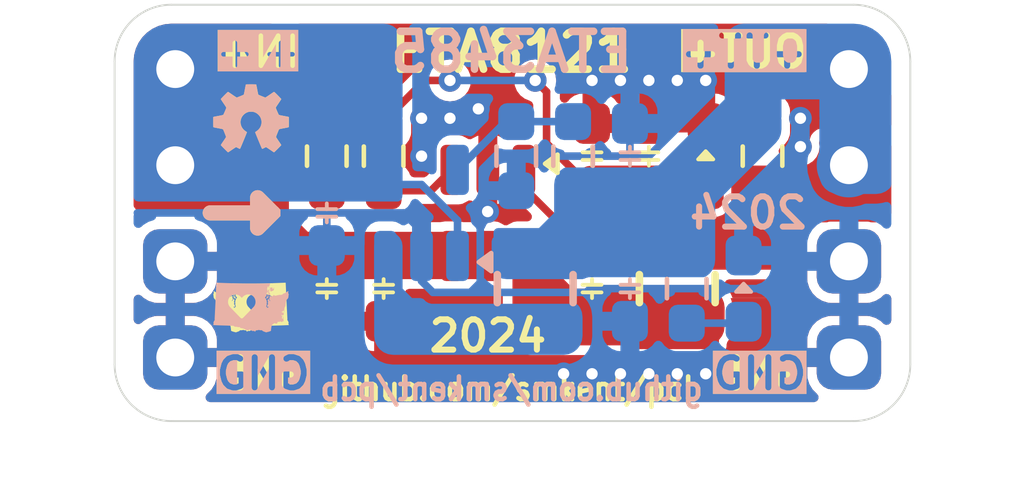
<source format=kicad_pcb>
(kicad_pcb (version 20240108) (generator "pcbnew") (generator_version "8.0")
  (layers (0 "F.Cu" signal) (31 "B.Cu" signal) (34 "B.Paste" user) (35 "F.Paste" user) (36 "B.SilkS" user "B.Silkscreen") (37 "F.SilkS" user "F.Silkscreen") (38 "B.Mask" user) (39 "F.Mask" user) (44 "Edge.Cuts" user))
  (net 0 "")
  (net 1 "GND")
  (net 2 "VIN")
  (net 3 "VOUT")
  (net 4 "Net-(LED1-A)")
  (net 5 "Net-(U1-BST)")
  (net 6 "Net-(LED2-A)")
  (net 7 "/SW_F")
  (net 8 "/SW_B")
  (net 9 "FB_F")
  (net 10 "FB_B")
  (footprint "custom:C_0603_1608Metric_Pad1.08x0.95mm_HandSolder" (layer "F.Cu") (at 116 72 -90)
    (property "Reference" "C7" (hide yes))
    (property "Value" "10n")
    (pad "1" smd roundrect (at -0.8625 0 270) (size 1.075 0.95) (layers "F.Cu" "F.Paste" "F.Mask") (net 5 "Net-(U1-BST)"))
    (pad "2" smd roundrect (at 0.8625 0 270) (size 1.075 0.95) (layers "F.Cu" "F.Paste" "F.Mask") (net 7 "/SW_F"))
  )
  (footprint "graphics:oshw-logo-2mm" (layer "F.Cu") (at 107 67.5)
    (property "Reference" "G***" (hide yes))
    (property "Value" "LOGO" (hide yes))
  )
  (footprint "Resistor_SMD:R_0603_1608Metric_Pad0.98x0.95mm_HandSolder" (layer "F.Cu") (at 120.5 68.5 -90)
    (property "Reference" "R3" (hide yes))
    (property "Value" "10K")
    (pad "1" smd roundrect (at -0.9125 0 270) (size 0.975 0.95) (layers "F.Cu" "F.Paste" "F.Mask") (net 4 "Net-(LED1-A)"))
    (pad "2" smd roundrect (at 0.9125 0 270) (size 0.975 0.95) (layers "F.Cu" "F.Paste" "F.Mask") (net 3 "VOUT"))
  )
  (footprint "Resistor_SMD:R_0603_1608Metric_Pad0.98x0.95mm_HandSolder" (layer "F.Cu") (at 109 68.5 -90)
    (property "Reference" "R2" (hide yes))
    (property "Value" "10K")
    (pad "1" smd roundrect (at -0.9125 0 270) (size 0.975 0.95) (layers "F.Cu" "F.Paste" "F.Mask") (net 1 "GND"))
    (pad "2" smd roundrect (at 0.9125 0 270) (size 0.975 0.95) (layers "F.Cu" "F.Paste" "F.Mask") (net 9 "FB_F"))
  )
  (footprint "custom:SOT-23-6_simple" (layer "F.Cu") (at 113.25 70 -90)
    (property "Reference" "U1" (hide yes))
    (property "Value" "ETA8121")
    (pad "1" smd roundrect (at -1.1375 -0.95 270) (size 1.325 0.6) (layers "F.Cu" "F.Paste" "F.Mask") (net 5 "Net-(U1-BST)"))
    (pad "2" smd roundrect (at -1.1375 0 270) (size 1.325 0.6) (layers "F.Cu" "F.Paste" "F.Mask") (net 1 "GND"))
    (pad "3" smd roundrect (at -1.1375 0.95 270) (size 1.325 0.6) (layers "F.Cu" "F.Paste" "F.Mask") (net 9 "FB_F"))
    (pad "4" smd roundrect (at 1.1375 0.95 270) (size 1.325 0.6) (layers "F.Cu" "F.Paste" "F.Mask") (net 2 "VIN"))
    (pad "5" smd roundrect (at 1.1375 0 270) (size 1.325 0.6) (layers "F.Cu" "F.Paste" "F.Mask") (net 2 "VIN"))
    (pad "6" smd roundrect (at 1.1375 -0.95 270) (size 1.325 0.6) (layers "F.Cu" "F.Paste" "F.Mask") (net 7 "/SW_F"))
  )
  (footprint "custom:C_0603_1608Metric_Pad1.08x0.95mm_HandSolder" (layer "F.Cu") (at 109 72 -90)
    (property "Reference" "C0" (hide yes))
    (property "Value" "10u")
    (pad "1" smd roundrect (at -0.8625 0 270) (size 1.075 0.95) (layers "F.Cu" "F.Paste" "F.Mask") (net 2 "VIN"))
    (pad "2" smd roundrect (at 0.8625 0 270) (size 1.075 0.95) (layers "F.Cu" "F.Paste" "F.Mask") (net 1 "GND"))
  )
  (footprint "custom:C_0603_1608Metric_Pad1.08x0.95mm_HandSolder" (layer "F.Cu") (at 117.5 68.5 90)
    (property "Reference" "C3" (hide yes))
    (property "Value" "22u")
    (pad "1" smd roundrect (at -0.8625 0 90) (size 1.075 0.95) (layers "F.Cu" "F.Paste" "F.Mask") (net 3 "VOUT"))
    (pad "2" smd roundrect (at 0.8625 0 90) (size 1.075 0.95) (layers "F.Cu" "F.Paste" "F.Mask") (net 1 "GND"))
  )
  (footprint "custom:LED_0603_1608Metric_Pad1.05x0.95mm_HandSolder_simple" (layer "F.Cu") (at 119 68.5 -90)
    (property "Reference" "LED1" (hide yes))
    (property "Value" "LED_Small")
    (pad "1" smd roundrect (at -0.875 0 270) (size 1.05 0.95) (layers "F.Cu" "F.Paste" "F.Mask") (net 1 "GND"))
    (pad "2" smd roundrect (at 0.875 0 270) (size 1.05 0.95) (layers "F.Cu" "F.Paste" "F.Mask") (net 4 "Net-(LED1-A)"))
  )
  (footprint "custom:C_0603_1608Metric_Pad1.08x0.95mm_HandSolder" (layer "F.Cu") (at 116 68.5 90)
    (property "Reference" "C2" (hide yes))
    (property "Value" "22u")
    (pad "1" smd roundrect (at -0.8625 0 90) (size 1.075 0.95) (layers "F.Cu" "F.Paste" "F.Mask") (net 3 "VOUT"))
    (pad "2" smd roundrect (at 0.8625 0 90) (size 1.075 0.95) (layers "F.Cu" "F.Paste" "F.Mask") (net 1 "GND"))
  )
  (footprint "lcsc:IND-SMD_L2.5-W2.0_MHCHL2520" (layer "F.Cu") (at 118.25 72 90)
    (property "Reference" "L1" (hide yes))
    (property "Value" "4u7")
    (pad "1" smd roundrect (at -1.1 0 180) (size 2.2 1) (layers "F.Cu" "F.Paste" "F.Mask") (roundrect_rratio 0.125) (net 7 "/SW_F"))
    (pad "2" smd roundrect (at 1.1 0 180) (size 2.2 1) (layers "F.Cu" "F.Paste" "F.Mask") (roundrect_rratio 0.125) (net 3 "VOUT"))
  )
  (footprint "graphics:wa-state-heart-2mm" (layer "F.Cu") (at 107 72.5)
    (property "Reference" "G***" (hide yes))
    (property "Value" "LOGO" (hide yes))
  )
  (footprint "Resistor_SMD:R_0603_1608Metric_Pad0.98x0.95mm_HandSolder" (layer "F.Cu") (at 110.5 68.5 90)
    (property "Reference" "R1" (hide yes))
    (property "Value" "56K")
    (pad "1" smd roundrect (at -0.9125 0 90) (size 0.975 0.95) (layers "F.Cu" "F.Paste" "F.Mask") (net 9 "FB_F"))
    (pad "2" smd roundrect (at 0.9125 0 90) (size 0.975 0.95) (layers "F.Cu" "F.Paste" "F.Mask") (net 3 "VOUT"))
  )
  (footprint "custom:C_0603_1608Metric_Pad1.08x0.95mm_HandSolder" (layer "F.Cu") (at 110.5 72 -90)
    (property "Reference" "C1" (hide yes))
    (property "Value" "10u")
    (pad "1" smd roundrect (at -0.8625 0 270) (size 1.075 0.95) (layers "F.Cu" "F.Paste" "F.Mask") (net 2 "VIN"))
    (pad "2" smd roundrect (at 0.8625 0 270) (size 1.075 0.95) (layers "F.Cu" "F.Paste" "F.Mask") (net 1 "GND"))
  )
  (footprint "custom:C_0603_1608Metric_Pad1.08x0.95mm_HandSolder" (layer "B.Cu") (at 117 68.5 90)
    (property "Reference" "C5" (hide yes))
    (property "Value" "22u")
    (pad "1" smd roundrect (at -0.8625 0 90) (size 1.075 0.95) (layers "B.Cu" "B.Paste" "B.Mask") (net 3 "VOUT"))
    (pad "2" smd roundrect (at 0.8625 0 90) (size 1.075 0.95) (layers "B.Cu" "B.Paste" "B.Mask") (net 1 "GND"))
  )
  (footprint "custom:SOT-23-5_simple" (layer "B.Cu") (at 111.5 70 90)
    (property "Reference" "U2" (hide yes))
    (property "Value" "ETA3485")
    (pad "1" smd roundrect (at -1.1375 0.95 90) (size 1.325 0.6) (layers "B.Cu" "B.Paste" "B.Mask") (net 2 "VIN"))
    (pad "2" smd roundrect (at -1.1375 0 90) (size 1.325 0.6) (layers "B.Cu" "B.Paste" "B.Mask") (net 1 "GND"))
    (pad "3" smd roundrect (at -1.1375 -0.95 90) (size 1.325 0.6) (layers "B.Cu" "B.Paste" "B.Mask") (net 8 "/SW_B"))
    (pad "4" smd roundrect (at 1.1375 -0.95 90) (size 1.325 0.6) (layers "B.Cu" "B.Paste" "B.Mask") (net 2 "VIN"))
    (pad "5" smd roundrect (at 1.1375 0.95 90) (size 1.325 0.6) (layers "B.Cu" "B.Paste" "B.Mask") (net 10 "FB_B"))
  )
  (footprint "custom:C_0603_1608Metric_Pad1.08x0.95mm_HandSolder" (layer "B.Cu") (at 109 70 -90)
    (property "Reference" "C4" (hide yes))
    (property "Value" "10u")
    (pad "1" smd roundrect (at -0.8625 0 270) (size 1.075 0.95) (layers "B.Cu" "B.Paste" "B.Mask") (net 2 "VIN"))
    (pad "2" smd roundrect (at 0.8625 0 270) (size 1.075 0.95) (layers "B.Cu" "B.Paste" "B.Mask") (net 1 "GND"))
  )
  (footprint "Resistor_SMD:R_0603_1608Metric_Pad0.98x0.95mm_HandSolder" (layer "B.Cu") (at 118.5 72 90)
    (property "Reference" "R6" (hide yes))
    (property "Value" "10K")
    (pad "1" smd roundrect (at -0.9125 0 90) (size 0.975 0.95) (layers "B.Cu" "B.Paste" "B.Mask") (net 6 "Net-(LED2-A)"))
    (pad "2" smd roundrect (at 0.9125 0 90) (size 0.975 0.95) (layers "B.Cu" "B.Paste" "B.Mask") (net 3 "VOUT"))
  )
  (footprint "Resistor_SMD:R_0603_1608Metric_Pad0.98x0.95mm_HandSolder" (layer "B.Cu") (at 114 68.5 90)
    (property "Reference" "R5" (hide yes))
    (property "Value" "10K")
    (pad "1" smd roundrect (at -0.9125 0 90) (size 0.975 0.95) (layers "B.Cu" "B.Paste" "B.Mask") (net 1 "GND"))
    (pad "2" smd roundrect (at 0.9125 0 90) (size 0.975 0.95) (layers "B.Cu" "B.Paste" "B.Mask") (net 10 "FB_B"))
  )
  (footprint "custom:PinHeader_1x04_P2.54mm_Vertical_simple_pad3,4gnd" (layer "B.Cu") (at 122.78 66.2 180)
    (property "Reference" "J2" (hide yes))
    (property "Value" "Pin headers")
    (pad "1" thru_hole oval (at 0 0 180) (size 1.7 1.7) (drill 1) (layers "*.Cu" "*.Mask") (net 3 "VOUT"))
    (pad "2" thru_hole oval (at 0 -2.54 180) (size 1.7 1.7) (drill 1) (layers "*.Cu" "*.Mask") (net 3 "VOUT"))
    (pad "3" thru_hole roundrect (at 0 -5.08 180) (size 1.7 1.7) (drill 1) (layers "*.Cu" "*.Mask") (net 1 "GND"))
    (pad "4" thru_hole roundrect (at 0 -7.62 180) (size 1.7 1.7) (drill 1) (layers "*.Cu" "*.Mask") (net 1 "GND"))
  )
  (footprint "custom:LED_0603_1608Metric_Pad1.05x0.95mm_HandSolder_simple" (layer "B.Cu") (at 120 72 -90)
    (property "Reference" "LED2" (hide yes))
    (property "Value" "LED_Small")
    (pad "1" smd roundrect (at -0.875 0 270) (size 1.05 0.95) (layers "B.Cu" "B.Paste" "B.Mask") (net 1 "GND"))
    (pad "2" smd roundrect (at 0.875 0 270) (size 1.05 0.95) (layers "B.Cu" "B.Paste" "B.Mask") (net 6 "Net-(LED2-A)"))
  )
  (footprint "custom:C_0603_1608Metric_Pad1.08x0.95mm_HandSolder" (layer "B.Cu") (at 117 72 -90)
    (property "Reference" "C6" (hide yes))
    (property "Value" "22u")
    (pad "1" smd roundrect (at -0.8625 0 270) (size 1.075 0.95) (layers "B.Cu" "B.Paste" "B.Mask") (net 3 "VOUT"))
    (pad "2" smd roundrect (at 0.8625 0 270) (size 1.075 0.95) (layers "B.Cu" "B.Paste" "B.Mask") (net 1 "GND"))
  )
  (footprint "lcsc:IND-SMD_L2.5-W2.0_MHCHL2520" (layer "B.Cu") (at 114.5 72 90)
    (property "Reference" "L2" (hide yes))
    (property "Value" "4u7")
    (pad "1" smd roundrect (at -1.1 0) (size 2.2 1) (layers "B.Cu" "B.Paste" "B.Mask") (roundrect_rratio 0.125) (net 8 "/SW_B"))
    (pad "2" smd roundrect (at 1.1 0) (size 2.2 1) (layers "B.Cu" "B.Paste" "B.Mask") (roundrect_rratio 0.125) (net 3 "VOUT"))
  )
  (footprint "custom:PinHeader_1x04_P2.54mm_Vertical_simple_pad3,4gnd" (layer "B.Cu") (at 105 66.2 180)
    (property "Reference" "J1" (hide yes))
    (property "Value" "Pin headers")
    (pad "1" thru_hole oval (at 0 0 180) (size 1.7 1.7) (drill 1) (layers "*.Cu" "*.Mask") (net 2 "VIN"))
    (pad "2" thru_hole oval (at 0 -2.54 180) (size 1.7 1.7) (drill 1) (layers "*.Cu" "*.Mask") (net 2 "VIN"))
    (pad "3" thru_hole roundrect (at 0 -5.08 180) (size 1.7 1.7) (drill 1) (layers "*.Cu" "*.Mask") (net 1 "GND"))
    (pad "4" thru_hole roundrect (at 0 -7.62 180) (size 1.7 1.7) (drill 1) (layers "*.Cu" "*.Mask") (net 1 "GND"))
  )
  (footprint "graphics:wa-state-heart-2mm" (layer "B.Cu") (at 107 72.5 180)
    (property "Reference" "G***" (hide yes))
    (property "Value" "LOGO" (hide yes))
  )
  (footprint "graphics:oshw-logo-2mm" (layer "B.Cu") (at 107 67.5 180)
    (property "Reference" "G***" (hide yes))
    (property "Value" "LOGO" (hide yes))
  )
  (footprint "Resistor_SMD:R_0603_1608Metric_Pad0.98x0.95mm_HandSolder" (layer "B.Cu") (at 115.5 68.5 -90)
    (property "Reference" "R4" (hide yes))
    (property "Value" "75K")
    (pad "1" smd roundrect (at -0.9125 0 270) (size 0.975 0.95) (layers "B.Cu" "B.Paste" "B.Mask") (net 10 "FB_B"))
    (pad "2" smd roundrect (at 0.9125 0 270) (size 0.975 0.95) (layers "B.Cu" "B.Paste" "B.Mask") (net 3 "VOUT"))
  )
  (gr_poly (pts (xy 107.175 70.4) (xy 107.175 69.6) (xy 107.575 70)) (stroke (width 0.4)) (fill solid) (layer "B.SilkS"))
  (gr_line (start 105.925 70) (end 107.575 70) (stroke (width 0.4)) (layer "B.SilkS"))
  (gr_poly (pts (xy 107.175 70.4) (xy 107.175 69.6) (xy 107.575 70)) (stroke (width 0.4)) (fill solid) (layer "F.SilkS"))
  (gr_line (start 105.925 70) (end 107.575 70) (stroke (width 0.4)) (layer "F.SilkS"))
  (gr_arc (start 124.4 74) (mid 123.96066 75.06066) (end 122.9 75.5) (stroke (width 0.05)) (layer "Edge.Cuts"))
  (gr_arc (start 122.9 64.5) (mid 123.96066 64.93934) (end 124.4 66) (stroke (width 0.05)) (layer "Edge.Cuts"))
  (gr_line (start 104.9 64.5) (end 122.9 64.5) (stroke (width 0.05)) (layer "Edge.Cuts"))
  (gr_arc (start 103.4 66) (mid 103.83934 64.93934) (end 104.9 64.5) (stroke (width 0.05)) (layer "Edge.Cuts"))
  (gr_arc (start 104.9 75.5) (mid 103.83934 75.06066) (end 103.4 74) (stroke (width 0.05)) (layer "Edge.Cuts"))
  (gr_line (start 103.4 74) (end 103.4 66) (stroke (width 0.05)) (layer "Edge.Cuts"))
  (gr_line (start 124.4 66) (end 124.4 74) (stroke (width 0.05)) (layer "Edge.Cuts"))
  (gr_line (start 122.9 75.5) (end 104.9 75.5) (stroke (width 0.05)) (layer "Edge.Cuts"))
  (gr_text "IN+" (at 106 65.75 0) (layer "B.SilkS" knockout) (effects (font (size 0.8 0.8) (thickness 0.12) (bold yes)) (justify right mirror)))
  (gr_text "GND" (at 106 74.25 0) (layer "B.SilkS" knockout) (effects (font (size 0.8 0.8) (thickness 0.16) (bold yes)) (justify right mirror)))
  (gr_text "GND" (at 121.75 74.25 0) (layer "B.SilkS" knockout) (effects (font (size 0.8 0.8) (thickness 0.16) (bold yes)) (justify left mirror)))
  (gr_text "2024" (at 121.75 70 0) (layer "B.SilkS") (effects (font (size 0.8 0.8) (thickness 0.16) (bold yes)) (justify left mirror)))
  (gr_text "OUT+" (at 121.75 65.75 0) (layer "B.SilkS" knockout) (effects (font (size 0.8 0.8) (thickness 0.16) (bold yes)) (justify left mirror)))
  (gr_text "github.com/smkent/pcb" (at 113.875 75 -0) (layer "B.SilkS") (effects (font (size 0.6 0.55) (thickness 0.12) (bold yes)) (justify bottom mirror)))
  (gr_text "ETA3485" (at 113.875 65.75 -0) (layer "B.SilkS") (effects (font (size 1 1) (thickness 0.2) (bold yes)) (justify mirror)))
  (gr_text "ETA8121" (at 113.875 65.75 0) (layer "F.SilkS") (effects (font (size 1 1) (thickness 0.2) (bold yes))))
  (gr_text "github.com/smkent/pcb" (at 113.875 75 0) (layer "F.SilkS") (effects (font (size 0.6 0.55) (thickness 0.12) (bold yes)) (justify bottom)))
  (gr_text "OUT+" (at 121.75 65.75 0) (layer "F.SilkS" knockout) (effects (font (size 0.8 0.8) (thickness 0.16) (bold yes)) (justify right)))
  (gr_text "GND" (at 121.75 74.25 0) (layer "F.SilkS" knockout) (effects (font (size 0.8 0.8) (thickness 0.16) (bold yes)) (justify right)))
  (gr_text "GND" (at 106 74.25 0) (layer "F.SilkS" knockout) (effects (font (size 0.8 0.8) (thickness 0.16) (bold yes)) (justify left)))
  (gr_text "2024" (at 113.25 73.25 -0) (layer "F.SilkS") (effects (font (size 0.8 0.8) (thickness 0.16) (bold yes))))
  (gr_text "IN+" (at 106 65.75 0) (layer "F.SilkS" knockout) (effects (font (size 0.8 0.8) (thickness 0.12) (bold yes)) (justify left)))
  (via (at 118.25 66.5) (size 0.6) (drill 0.3) (layers "F.Cu" "B.Cu") (net 1))
  (via (at 117.5 74.25) (size 0.6) (drill 0.3) (layers "F.Cu" "B.Cu") (net 1))
  (via (at 111.5 67.5) (size 0.6) (drill 0.3) (layers "F.Cu" "B.Cu") (net 1))
  (via (at 112.25 67.5) (size 0.6) (drill 0.3) (layers "F.Cu" "B.Cu") (net 1))
  (via (at 116.75 74.25) (size 0.6) (drill 0.3) (layers "F.Cu" "B.Cu") (net 1))
  (via (at 113 67.25) (size 0.6) (drill 0.3) (layers "F.Cu" "B.Cu") (net 1))
  (via (at 116.75 66.5) (size 0.6) (drill 0.3) (layers "F.Cu" "B.Cu") (net 1))
  (via (at 115.25 74.25) (size 0.6) (drill 0.3) (layers "F.Cu" "B.Cu") (net 1))
  (via (at 121.5 68.25) (size 0.6) (drill 0.3) (layers "F.Cu" "B.Cu") (net 1))
  (via (at 116 74.25) (size 0.6) (drill 0.3) (layers "F.Cu" "B.Cu") (net 1))
  (via (at 118.25 74.25) (size 0.6) (drill 0.3) (layers "F.Cu" "B.Cu") (net 1))
  (via (at 117.5 66.5) (size 0.6) (drill 0.3) (layers "F.Cu" "B.Cu") (net 1))
  (via (at 119 66.5) (size 0.6) (drill 0.3) (layers "F.Cu" "B.Cu") (net 1))
  (via (at 116 66.5) (size 0.6) (drill 0.3) (layers "F.Cu" "B.Cu") (net 1))
  (via (at 121.5 67.5) (size 0.6) (drill 0.3) (layers "F.Cu" "B.Cu") (net 1))
  (via (at 113.244767 69.964051) (size 0.6) (drill 0.3) (layers "F.Cu" "B.Cu") (net 1))
  (via (at 119 74.25) (size 0.6) (drill 0.3) (layers "F.Cu" "B.Cu") (net 1))
  (via (at 111.5 68.5) (size 0.6) (drill 0.3) (layers "F.Cu" "B.Cu") (net 1))
  (segment (start 117 68.5) (end 117.5 68.5) (width 0.2) (layer "B.Cu") (net 1))
  (segment (start 111.800001 72.1) (end 112.790552 72.1) (width 0.2) (layer "B.Cu") (net 1))
  (segment (start 115.85 72.1) (end 116 72.25) (width 0.2) (layer "B.Cu") (net 1))
  (segment (start 107 70) (end 104 70) (width 0.2) (layer "B.Cu") (net 1))
  (segment (start 111.5 70.475001) (end 111.024999 70) (width 0.2) (layer "B.Cu") (net 1))
  (segment (start 109 70.8625) (end 109 70) (width 0.2) (layer "B.Cu") (net 1))
  (segment (start 109 70) (end 107 70) (width 0.2) (layer "B.Cu") (net 1))
  (segment (start 111.5 71.799999) (end 111.800001 72.1) (width 0.2) (layer "B.Cu") (net 1))
  (segment (start 111.5 71.1375) (end 111.5 70.475001) (width 0.2) (layer "B.Cu") (net 1))
  (segment (start 114 69.4125) (end 114 68.5) (width 0.2) (layer "B.Cu") (net 1))
  (segment (start 117.5 68.5) (end 118.75 67.25) (width 0.2) (layer "B.Cu") (net 1))
  (segment (start 114 68.5) (end 117 68.5) (width 0.2) (layer "B.Cu") (net 1))
  (segment (start 112.790552 72.1) (end 115.85 72.1) (width 0.2) (layer "B.Cu") (net 1))
  (segment (start 115.95 72) (end 121.25 72) (width 0.2) (layer "B.Cu") (net 1))
  (segment (start 112.790552 72.1) (end 113.05 71.840552) (width 0.2) (layer "B.Cu") (net 1))
  (segment (start 115.85 72.1) (end 115.95 72) (width 0.2) (layer "B.Cu") (net 1))
  (segment (start 117 67.6375) (end 117 68.5) (width 0.2) (layer "B.Cu") (net 1))
  (segment (start 118.75 67.25) (end 118.75 66.5) (width 0.2) (layer "B.Cu") (net 1))
  (segment (start 113.05 71.840552) (end 113.05 70.2) (width 0.2) (layer "B.Cu") (net 1))
  (segment (start 111.024999 70) (end 109 70) (width 0.2) (layer "B.Cu") (net 1))
  (segment (start 111.5 71.1375) (end 111.5 71.799999) (width 0.2) (layer "B.Cu") (net 1))
  (segment (start 110.55 68.8625) (end 110.9375 69.25) (width 0.2) (layer "B.Cu") (net 2))
  (segment (start 112.45 70.2) (end 112.45 71.1375) (width 0.2) (layer "B.Cu") (net 2))
  (segment (start 110.9375 69.25) (end 111.5 69.25) (width 0.2) (layer "B.Cu") (net 2))
  (segment (start 111.5 69.25) (end 112.45 70.2) (width 0.2) (layer "B.Cu") (net 2))
  (segment (start 114.8 66.8) (end 114.8 68.1625) (width 0.2) (layer "F.Cu") (net 3))
  (segment (start 114.5 66.5) (end 114.8 66.8) (width 0.2) (layer "F.Cu") (net 3))
  (segment (start 111.5875 66.5) (end 110.5 67.5875) (width 0.2) (layer "F.Cu") (net 3))
  (segment (start 114.8 68.1625) (end 116 69.3625) (width 0.2) (layer "F.Cu") (net 3))
  (segment (start 112.25 66.5) (end 111.5875 66.5) (width 0.2) (layer "F.Cu") (net 3))
  (via (at 112.25 66.5) (size 0.6) (drill 0.3) (layers "F.Cu" "B.Cu") (net 3))
  (via (at 114.5 66.5) (size 0.6) (drill 0.3) (layers "F.Cu" "B.Cu") (net 3))
  (segment (start 114.5 66.5) (end 112.25 66.5) (width 0.2) (layer "B.Cu") (net 3))
  (segment (start 119 69.0875) (end 120.5 67.5875) (width 0.2) (layer "F.Cu") (net 4))
  (segment (start 119 69.375) (end 119 69.0875) (width 0.2) (layer "F.Cu") (net 4))
  (segment (start 114.2 69.3375) (end 114.2 68.8625) (width 0.2) (layer "F.Cu") (net 5))
  (segment (start 116 71.1375) (end 114.2 69.3375) (width 0.2) (layer "F.Cu") (net 5))
  (segment (start 119.9625 72.9125) (end 120 72.875) (width 0.2) (layer "B.Cu") (net 6))
  (segment (start 118.5 72.9125) (end 119.9625 72.9125) (width 0.2) (layer "B.Cu") (net 6))
  (segment (start 111.75 69.4125) (end 109 69.4125) (width 0.2) (layer "F.Cu") (net 9))
  (segment (start 112.3 68.8625) (end 111.75 69.4125) (width 0.2) (layer "F.Cu") (net 9))
  (segment (start 114 67.5875) (end 115.5 67.5875) (width 0.2) (layer "B.Cu") (net 10))
  (segment (start 113.725 67.5875) (end 114 67.5875) (width 0.2) (layer "B.Cu") (net 10))
  (segment (start 112.45 68.8625) (end 113.725 67.5875) (width 0.2) (layer "B.Cu") (net 10))
  (zone (net 1) (net_name "GND") (layer "F.Cu") (priority 1) (connect_pads yes (clearance 0)) (min_thickness 0.25) (fill yes (thermal_gap 0.25) (thermal_bridge_width 0.5) (smoothing fillet) (radius 0.5))
    (polygon (pts (xy 116.75 72.25) (xy 121.5 72.25) (xy 121.5 73.75) (xy 116.75 73.75)))
  )
  (zone (net 3) (net_name "VOUT") (layer "F.Cu") (priority 1) (connect_pads yes (clearance 0)) (min_thickness 0.25) (fill yes (thermal_gap 0.25) (thermal_bridge_width 0.5) (smoothing fillet) (radius 0.5))
    (polygon (pts (xy 115.5 68.75) (xy 115.5 70) (xy 116.5 70) (xy 117 70.5) (xy 117 71.5) (xy 121 71.5) (xy 121.5 71) (xy 121.5 70.75) (xy 122 70.25) (xy 124 70.25) (xy 124 68) (xy 122 68) (xy 121.25 68.75) (xy 121 68.75) (xy 119.75 68.75) (xy 119.75 69) (xy 118.25 69) (xy 118.25 68.75)))
  )
  (zone (net 7) (net_name "/SW_F") (layer "F.Cu") (priority 1) (connect_pads yes (clearance 0)) (min_thickness 0.25) (fill yes (thermal_gap 0.25) (thermal_bridge_width 0.5) (smoothing fillet) (radius 0.5))
    (polygon (pts (xy 113.9 70.5) (xy 115.25 70.5) (xy 115.25 71.75) (xy 115.5 72) (xy 119.5 72) (xy 119.5 73.5) (xy 113.9 73.5)))
  )
  (zone (net 2) (net_name "VIN") (layer "F.Cu") (priority 1) (connect_pads yes (clearance 0)) (min_thickness 0.25) (fill yes (thermal_gap 0.25) (thermal_bridge_width 0.5) (smoothing fillet) (radius 0.5))
    (polygon (pts (xy 103.75 70) (xy 105.75 70) (xy 107.5 71.75) (xy 113.75 71.75) (xy 113.75 70.5) (xy 108.5 70.5) (xy 108 70) (xy 108 65) (xy 103.75 65)))
  )
  (zone (net 1) (net_name "GND") (layers "F&B.Cu") (connect_pads (clearance 0.25)) (min_thickness 0.25) (fill yes (thermal_gap 0.25) (thermal_bridge_width 0.5))
    (polygon (pts (xy 102.89 64.5) (xy 124.89 64.5) (xy 124.89 75.5) (xy 119.89 75.5) (xy 118.69 75.5) (xy 118.09 75.5) (xy 117.49 75.5) (xy 102.89 75.5)))
  )
  (zone (net 2) (net_name "VIN") (layer "B.Cu") (priority 1) (connect_pads yes (clearance 0)) (min_thickness 0.25) (fill yes (thermal_gap 0.25) (thermal_bridge_width 0.5) (smoothing fillet) (radius 0.5))
    (polygon (pts (xy 103.75 65) (xy 103.75 70) (xy 111 70) (xy 111 65)))
  )
  (zone (net 8) (net_name "/SW_B") (layer "B.Cu") (priority 1) (connect_pads yes (clearance 0)) (min_thickness 0.25) (fill yes (thermal_gap 0.25) (thermal_bridge_width 0.5) (smoothing fillet) (radius 0.5))
    (polygon (pts (xy 111 72) (xy 111.25 72.25) (xy 115.75 72.25) (xy 115.75 73.75) (xy 110.25 73.75) (xy 110.25 70.5) (xy 111 70.5)))
  )
  (zone (net 3) (net_name "VOUT") (layer "B.Cu") (priority 1) (connect_pads yes (clearance 0)) (min_thickness 0.25) (fill yes (thermal_gap 0.25) (thermal_bridge_width 0.5) (smoothing fillet) (radius 0.5))
    (polygon (pts (xy 124 65) (xy 124 69.5) (xy 122 69.5) (xy 122 67) (xy 121 67) (xy 121 68) (xy 119.25 69.75) (xy 119.25 71.75) (xy 113.25 71.75) (xy 113.25 70.5) (xy 114.5 70.5) (xy 115 70) (xy 115 68.75) (xy 117.75 68.75) (xy 119.5 67) (xy 119.5 65)))
  )
)
</source>
